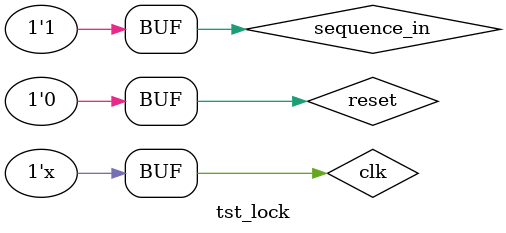
<source format=v>

module electric_lock (
    input sequence_in, input reset, input clk, output reg lockSys, output reg alarm 
);


    parameter s0 = 0;
    parameter s1 = 1;
    parameter s2 = 2;
    parameter s3 = 3;


    reg [1:0] state, next_state;

    always @(posedge clk) 
        begin
            if(reset)
            begin
                state = s0;
            end
            else
                state = next_state;
        end

    always @(*)
    begin
        
        case (state)
            s0:
                begin
                    if(sequence_in == 1)
                    begin
                        alarm = 0;
                        lockSys = 0;
                        next_state = s0;
                    end
                    else
                    begin // if sequence_in = 0
                        lockSys = 0;
                        alarm = 0;
                        next_state = s1;
                    end
                end

            s1:           
                begin
                    if(sequence_in == 1)
                    begin
                        alarm = 0;
                        lockSys = 0;
                        next_state = s2;
                    end
                    else    // if sequence_in = 0
                    begin
                        lockSys = 0;
                        alarm = 1;
                        next_state = s0;
                    end
                end

            s2:           
                begin
                    if(sequence_in == 0)
                    begin
                        alarm = 0;
                        lockSys = 1;
                        next_state = s3;
                    end
                    else    // if sequence_in = 1
                    begin
                        lockSys = 0;
                        alarm = 1;
                        next_state = s0;
                    end
                end
            
            s3:
                begin
                    if(sequence_in == 0 )
                    begin
                        alarm = 0;
                        lockSys = 0;
                        next_state = s3;
                    end
                    else     // if sequence_in = 1
                    begin
                        lockSys = 0;
                        alarm = 1;
                        next_state = s0;
                    end
                end             
        endcase

    end
endmodule //electric_lock
module tst_lock;

	reg sequence_in,reset,clk;
	wire lockSys,alarm;
	
	
	electric_lock e1(sequence_in, reset, clk, lockSys,  alarm );
	initial	begin
		clk = 0;
		sequence_in = 0;
		#10 sequence_in= 1;
		#20 sequence_in = 0;
		#20 sequence_in= 0;
		#20 sequence_in= 1;
		#20 sequence_in= 0;
		#20 sequence_in= 1;
	end
	
	initial	begin		
		reset = 1;
		#10 reset = 0;			
	end			
	
	always 
		#10 clk = ~clk;	
		initial
$monitor($time, "----%b %b %b %b", sequence_in,lockSys, alarm, reset);
		
endmodule

</source>
